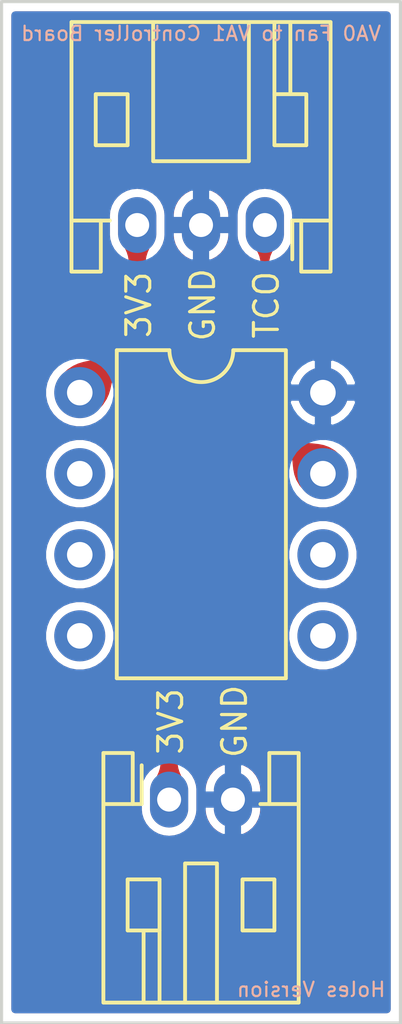
<source format=kicad_pcb>
(kicad_pcb (version 20171130) (host pcbnew "(5.1.10)-1")

  (general
    (thickness 1.6)
    (drawings 11)
    (tracks 6)
    (zones 0)
    (modules 3)
    (nets 9)
  )

  (page A4)
  (layers
    (0 F.Cu signal hide)
    (31 B.Cu signal hide)
    (32 B.Adhes user)
    (33 F.Adhes user)
    (34 B.Paste user)
    (35 F.Paste user)
    (36 B.SilkS user)
    (37 F.SilkS user)
    (38 B.Mask user)
    (39 F.Mask user)
    (40 Dwgs.User user hide)
    (41 Cmts.User user)
    (42 Eco1.User user)
    (43 Eco2.User user)
    (44 Edge.Cuts user)
    (45 Margin user)
    (46 B.CrtYd user)
    (47 F.CrtYd user)
    (48 B.Fab user)
    (49 F.Fab user hide)
  )

  (setup
    (last_trace_width 0.25)
    (user_trace_width 0.508)
    (trace_clearance 0.2)
    (zone_clearance 0.508)
    (zone_45_only no)
    (trace_min 0.2)
    (via_size 0.8)
    (via_drill 0.4)
    (via_min_size 0.4)
    (via_min_drill 0.3)
    (uvia_size 0.3)
    (uvia_drill 0.1)
    (uvias_allowed no)
    (uvia_min_size 0.2)
    (uvia_min_drill 0.1)
    (edge_width 0.05)
    (segment_width 0.2)
    (pcb_text_width 0.3)
    (pcb_text_size 1.5 1.5)
    (mod_edge_width 0.12)
    (mod_text_size 1 1)
    (mod_text_width 0.15)
    (pad_size 1.6 1.6)
    (pad_drill 0.8)
    (pad_to_mask_clearance 0)
    (aux_axis_origin 0 0)
    (visible_elements 7FFFFFFF)
    (pcbplotparams
      (layerselection 0x010fc_ffffffff)
      (usegerberextensions false)
      (usegerberattributes true)
      (usegerberadvancedattributes true)
      (creategerberjobfile true)
      (excludeedgelayer true)
      (linewidth 0.100000)
      (plotframeref false)
      (viasonmask false)
      (mode 1)
      (useauxorigin false)
      (hpglpennumber 1)
      (hpglpenspeed 20)
      (hpglpendiameter 15.000000)
      (psnegative false)
      (psa4output false)
      (plotreference true)
      (plotvalue true)
      (plotinvisibletext false)
      (padsonsilk false)
      (subtractmaskfromsilk false)
      (outputformat 1)
      (mirror false)
      (drillshape 1)
      (scaleselection 1)
      (outputdirectory ""))
  )

  (net 0 "")
  (net 1 "Net-(U1-Pad2)")
  (net 2 "Net-(U1-Pad6)")
  (net 3 "Net-(U1-Pad3)")
  (net 4 "Net-(U1-Pad4)")
  (net 5 "Net-(J2-Pad1)")
  (net 6 "Net-(U1-Pad5)")
  (net 7 GND)
  (net 8 +3V3)

  (net_class Default "This is the default net class."
    (clearance 0.2)
    (trace_width 0.25)
    (via_dia 0.8)
    (via_drill 0.4)
    (uvia_dia 0.3)
    (uvia_drill 0.1)
    (add_net +3V3)
    (add_net GND)
    (add_net "Net-(J2-Pad1)")
    (add_net "Net-(U1-Pad2)")
    (add_net "Net-(U1-Pad3)")
    (add_net "Net-(U1-Pad4)")
    (add_net "Net-(U1-Pad5)")
    (add_net "Net-(U1-Pad6)")
  )

  (module Package_DIP:DIP-8_W7.62mm (layer F.Cu) (tedit 61575E51) (tstamp 6155F45A)
    (at 142.45 85)
    (descr "8-lead though-hole mounted DIP package, row spacing 7.62 mm (300 mils)")
    (tags "THT DIP DIL PDIP 2.54mm 7.62mm 300mil")
    (path /6155F87E)
    (fp_text reference U1 (at 7.8 -2.33) (layer F.SilkS) hide
      (effects (font (size 1 1) (thickness 0.15)))
    )
    (fp_text value PIC12F629-IP (at 3.81 9.95) (layer F.Fab) hide
      (effects (font (size 1 1) (thickness 0.15)))
    )
    (fp_line (start 8.7 -1.55) (end -1.1 -1.55) (layer F.CrtYd) (width 0.05))
    (fp_line (start 8.7 9.15) (end 8.7 -1.55) (layer F.CrtYd) (width 0.05))
    (fp_line (start -1.1 9.15) (end 8.7 9.15) (layer F.CrtYd) (width 0.05))
    (fp_line (start -1.1 -1.55) (end -1.1 9.15) (layer F.CrtYd) (width 0.05))
    (fp_line (start 6.46 -1.33) (end 4.81 -1.33) (layer F.SilkS) (width 0.12))
    (fp_line (start 6.46 8.95) (end 6.46 -1.33) (layer F.SilkS) (width 0.12))
    (fp_line (start 1.16 8.95) (end 6.46 8.95) (layer F.SilkS) (width 0.12))
    (fp_line (start 1.16 -1.33) (end 1.16 8.95) (layer F.SilkS) (width 0.12))
    (fp_line (start 2.81 -1.33) (end 1.16 -1.33) (layer F.SilkS) (width 0.12))
    (fp_line (start 0.635 -0.27) (end 1.635 -1.27) (layer F.Fab) (width 0.1))
    (fp_line (start 0.635 8.89) (end 0.635 -0.27) (layer F.Fab) (width 0.1))
    (fp_line (start 6.985 8.89) (end 0.635 8.89) (layer F.Fab) (width 0.1))
    (fp_line (start 6.985 -1.27) (end 6.985 8.89) (layer F.Fab) (width 0.1))
    (fp_line (start 1.635 -1.27) (end 6.985 -1.27) (layer F.Fab) (width 0.1))
    (fp_text user %R (at 3.81 3.81) (layer F.Fab) hide
      (effects (font (size 1 1) (thickness 0.15)))
    )
    (fp_arc (start 3.81 -1.33) (end 2.81 -1.33) (angle -180) (layer F.SilkS) (width 0.12))
    (pad 8 thru_hole oval (at 7.62 0) (size 1.6 1.6) (drill 0.8) (layers *.Cu *.Mask)
      (net 7 GND))
    (pad 4 thru_hole oval (at 0 7.62) (size 1.6 1.6) (drill 0.8) (layers *.Cu *.Mask)
      (net 4 "Net-(U1-Pad4)"))
    (pad 7 thru_hole oval (at 7.62 2.54) (size 1.6 1.6) (drill 0.8) (layers *.Cu *.Mask)
      (net 5 "Net-(J2-Pad1)"))
    (pad 3 thru_hole oval (at 0 5.08) (size 1.6 1.6) (drill 0.8) (layers *.Cu *.Mask)
      (net 3 "Net-(U1-Pad3)"))
    (pad 6 thru_hole oval (at 7.62 5.08) (size 1.6 1.6) (drill 0.8) (layers *.Cu *.Mask)
      (net 2 "Net-(U1-Pad6)"))
    (pad 2 thru_hole oval (at 0 2.54) (size 1.6 1.6) (drill 0.8) (layers *.Cu *.Mask)
      (net 1 "Net-(U1-Pad2)"))
    (pad 5 thru_hole oval (at 7.62 7.62) (size 1.6 1.6) (drill 0.8) (layers *.Cu *.Mask)
      (net 6 "Net-(U1-Pad5)"))
    (pad 1 thru_hole circle (at 0 0) (size 1.6 1.6) (drill 0.8) (layers *.Cu *.Mask)
      (net 8 +3V3))
    (model ${KISYS3DMOD}/Package_DIP.3dshapes/DIP-8_W7.62mm.wrl
      (at (xyz 0 0 0))
      (scale (xyz 1 1 1))
      (rotate (xyz 0 0 0))
    )
  )

  (module Connector_JST:JST_PH_S2B-PH-K_1x02_P2.00mm_Horizontal (layer F.Cu) (tedit 6156ED3E) (tstamp 61574DDA)
    (at 145.25 97.75)
    (descr "JST PH series connector, S2B-PH-K (http://www.jst-mfg.com/product/pdf/eng/ePH.pdf), generated with kicad-footprint-generator")
    (tags "connector JST PH top entry")
    (path /6155FFDB)
    (fp_text reference J1 (at -1.75 -2.55) (layer F.SilkS) hide
      (effects (font (size 1 1) (thickness 0.15)))
    )
    (fp_text value Conn_01x02 (at 1 7.45) (layer F.Fab) hide
      (effects (font (size 1 1) (thickness 0.15)))
    )
    (fp_line (start 0.5 1.375) (end 0 0.875) (layer F.Fab) (width 0.1))
    (fp_line (start -0.5 1.375) (end 0.5 1.375) (layer F.Fab) (width 0.1))
    (fp_line (start 0 0.875) (end -0.5 1.375) (layer F.Fab) (width 0.1))
    (fp_line (start -0.86 0.14) (end -0.86 -1.075) (layer F.SilkS) (width 0.12))
    (fp_line (start 3.25 0.25) (end -1.25 0.25) (layer F.Fab) (width 0.1))
    (fp_line (start 3.25 -1.35) (end 3.25 0.25) (layer F.Fab) (width 0.1))
    (fp_line (start 3.95 -1.35) (end 3.25 -1.35) (layer F.Fab) (width 0.1))
    (fp_line (start 3.95 6.25) (end 3.95 -1.35) (layer F.Fab) (width 0.1))
    (fp_line (start -1.95 6.25) (end 3.95 6.25) (layer F.Fab) (width 0.1))
    (fp_line (start -1.95 -1.35) (end -1.95 6.25) (layer F.Fab) (width 0.1))
    (fp_line (start -1.25 -1.35) (end -1.95 -1.35) (layer F.Fab) (width 0.1))
    (fp_line (start -1.25 0.25) (end -1.25 -1.35) (layer F.Fab) (width 0.1))
    (fp_line (start 4.45 -1.85) (end -2.45 -1.85) (layer F.CrtYd) (width 0.05))
    (fp_line (start 4.45 6.75) (end 4.45 -1.85) (layer F.CrtYd) (width 0.05))
    (fp_line (start -2.45 6.75) (end 4.45 6.75) (layer F.CrtYd) (width 0.05))
    (fp_line (start -2.45 -1.85) (end -2.45 6.75) (layer F.CrtYd) (width 0.05))
    (fp_line (start -0.8 4.1) (end -0.8 6.36) (layer F.SilkS) (width 0.12))
    (fp_line (start -0.3 4.1) (end -0.3 6.36) (layer F.SilkS) (width 0.12))
    (fp_line (start 2.3 2.5) (end 3.3 2.5) (layer F.SilkS) (width 0.12))
    (fp_line (start 2.3 4.1) (end 2.3 2.5) (layer F.SilkS) (width 0.12))
    (fp_line (start 3.3 4.1) (end 2.3 4.1) (layer F.SilkS) (width 0.12))
    (fp_line (start 3.3 2.5) (end 3.3 4.1) (layer F.SilkS) (width 0.12))
    (fp_line (start -0.3 2.5) (end -1.3 2.5) (layer F.SilkS) (width 0.12))
    (fp_line (start -0.3 4.1) (end -0.3 2.5) (layer F.SilkS) (width 0.12))
    (fp_line (start -1.3 4.1) (end -0.3 4.1) (layer F.SilkS) (width 0.12))
    (fp_line (start -1.3 2.5) (end -1.3 4.1) (layer F.SilkS) (width 0.12))
    (fp_line (start 4.06 0.14) (end 3.14 0.14) (layer F.SilkS) (width 0.12))
    (fp_line (start -2.06 0.14) (end -1.14 0.14) (layer F.SilkS) (width 0.12))
    (fp_line (start 1.5 2) (end 1.5 6.36) (layer F.SilkS) (width 0.12))
    (fp_line (start 0.5 2) (end 1.5 2) (layer F.SilkS) (width 0.12))
    (fp_line (start 0.5 6.36) (end 0.5 2) (layer F.SilkS) (width 0.12))
    (fp_line (start 3.14 0.14) (end 2.86 0.14) (layer F.SilkS) (width 0.12))
    (fp_line (start 3.14 -1.46) (end 3.14 0.14) (layer F.SilkS) (width 0.12))
    (fp_line (start 4.06 -1.46) (end 3.14 -1.46) (layer F.SilkS) (width 0.12))
    (fp_line (start 4.06 6.36) (end 4.06 -1.46) (layer F.SilkS) (width 0.12))
    (fp_line (start -2.06 6.36) (end 4.06 6.36) (layer F.SilkS) (width 0.12))
    (fp_line (start -2.06 -1.46) (end -2.06 6.36) (layer F.SilkS) (width 0.12))
    (fp_line (start -1.14 -1.46) (end -2.06 -1.46) (layer F.SilkS) (width 0.12))
    (fp_line (start -1.14 0.14) (end -1.14 -1.46) (layer F.SilkS) (width 0.12))
    (fp_line (start -0.86 0.14) (end -1.14 0.14) (layer F.SilkS) (width 0.12))
    (fp_text user %R (at 1 2.5) (layer F.Fab) hide
      (effects (font (size 1 1) (thickness 0.15)))
    )
    (pad 2 thru_hole oval (at 2 0) (size 1.2 1.75) (drill 0.75) (layers *.Cu *.Mask)
      (net 7 GND))
    (pad 1 thru_hole oval (at 0 0) (size 1.2 1.75) (drill 0.75) (layers *.Cu *.Mask)
      (net 8 +3V3))
    (model ${KISYS3DMOD}/Connector_JST.3dshapes/JST_PH_S2B-PH-K_1x02_P2.00mm_Horizontal.wrl
      (at (xyz 0 0 0))
      (scale (xyz 1 1 1))
      (rotate (xyz 0 0 0))
    )
  )

  (module Connector_JST:JST_PH_S3B-PH-K_1x03_P2.00mm_Horizontal (layer F.Cu) (tedit 6155FB06) (tstamp 6156DAE5)
    (at 148.25 79.75 180)
    (descr "JST PH series connector, S3B-PH-K (http://www.jst-mfg.com/product/pdf/eng/ePH.pdf), generated with kicad-footprint-generator")
    (tags "connector JST PH top entry")
    (path /61560773)
    (fp_text reference J2 (at 6 -3 180) (layer F.SilkS) hide
      (effects (font (size 1 1) (thickness 0.15)))
    )
    (fp_text value Conn_01x03 (at 2 7.45) (layer F.Fab) hide
      (effects (font (size 1 1) (thickness 0.15)))
    )
    (fp_line (start -0.86 0.14) (end -1.14 0.14) (layer F.SilkS) (width 0.12))
    (fp_line (start -1.14 0.14) (end -1.14 -1.46) (layer F.SilkS) (width 0.12))
    (fp_line (start -1.14 -1.46) (end -2.06 -1.46) (layer F.SilkS) (width 0.12))
    (fp_line (start -2.06 -1.46) (end -2.06 6.36) (layer F.SilkS) (width 0.12))
    (fp_line (start -2.06 6.36) (end 6.06 6.36) (layer F.SilkS) (width 0.12))
    (fp_line (start 6.06 6.36) (end 6.06 -1.46) (layer F.SilkS) (width 0.12))
    (fp_line (start 6.06 -1.46) (end 5.14 -1.46) (layer F.SilkS) (width 0.12))
    (fp_line (start 5.14 -1.46) (end 5.14 0.14) (layer F.SilkS) (width 0.12))
    (fp_line (start 5.14 0.14) (end 4.86 0.14) (layer F.SilkS) (width 0.12))
    (fp_line (start 0.5 6.36) (end 0.5 2) (layer F.SilkS) (width 0.12))
    (fp_line (start 0.5 2) (end 3.5 2) (layer F.SilkS) (width 0.12))
    (fp_line (start 3.5 2) (end 3.5 6.36) (layer F.SilkS) (width 0.12))
    (fp_line (start -2.06 0.14) (end -1.14 0.14) (layer F.SilkS) (width 0.12))
    (fp_line (start 6.06 0.14) (end 5.14 0.14) (layer F.SilkS) (width 0.12))
    (fp_line (start -1.3 2.5) (end -1.3 4.1) (layer F.SilkS) (width 0.12))
    (fp_line (start -1.3 4.1) (end -0.3 4.1) (layer F.SilkS) (width 0.12))
    (fp_line (start -0.3 4.1) (end -0.3 2.5) (layer F.SilkS) (width 0.12))
    (fp_line (start -0.3 2.5) (end -1.3 2.5) (layer F.SilkS) (width 0.12))
    (fp_line (start 5.3 2.5) (end 5.3 4.1) (layer F.SilkS) (width 0.12))
    (fp_line (start 5.3 4.1) (end 4.3 4.1) (layer F.SilkS) (width 0.12))
    (fp_line (start 4.3 4.1) (end 4.3 2.5) (layer F.SilkS) (width 0.12))
    (fp_line (start 4.3 2.5) (end 5.3 2.5) (layer F.SilkS) (width 0.12))
    (fp_line (start -0.3 4.1) (end -0.3 6.36) (layer F.SilkS) (width 0.12))
    (fp_line (start -0.8 4.1) (end -0.8 6.36) (layer F.SilkS) (width 0.12))
    (fp_line (start -2.45 -1.85) (end -2.45 6.75) (layer F.CrtYd) (width 0.05))
    (fp_line (start -2.45 6.75) (end 6.45 6.75) (layer F.CrtYd) (width 0.05))
    (fp_line (start 6.45 6.75) (end 6.45 -1.85) (layer F.CrtYd) (width 0.05))
    (fp_line (start 6.45 -1.85) (end -2.45 -1.85) (layer F.CrtYd) (width 0.05))
    (fp_line (start -1.25 0.25) (end -1.25 -1.35) (layer F.Fab) (width 0.1))
    (fp_line (start -1.25 -1.35) (end -1.95 -1.35) (layer F.Fab) (width 0.1))
    (fp_line (start -1.95 -1.35) (end -1.95 6.25) (layer F.Fab) (width 0.1))
    (fp_line (start -1.95 6.25) (end 5.95 6.25) (layer F.Fab) (width 0.1))
    (fp_line (start 5.95 6.25) (end 5.95 -1.35) (layer F.Fab) (width 0.1))
    (fp_line (start 5.95 -1.35) (end 5.25 -1.35) (layer F.Fab) (width 0.1))
    (fp_line (start 5.25 -1.35) (end 5.25 0.25) (layer F.Fab) (width 0.1))
    (fp_line (start 5.25 0.25) (end -1.25 0.25) (layer F.Fab) (width 0.1))
    (fp_line (start -0.86 0.14) (end -0.86 -1.075) (layer F.SilkS) (width 0.12))
    (fp_line (start 0 0.875) (end -0.5 1.375) (layer F.Fab) (width 0.1))
    (fp_line (start -0.5 1.375) (end 0.5 1.375) (layer F.Fab) (width 0.1))
    (fp_line (start 0.5 1.375) (end 0 0.875) (layer F.Fab) (width 0.1))
    (fp_text user %R (at 2 2.5) (layer F.Fab) hide
      (effects (font (size 1 1) (thickness 0.15)))
    )
    (pad 1 thru_hole oval (at 0 0 180) (size 1.2 1.75) (drill 0.75) (layers *.Cu *.Mask)
      (net 5 "Net-(J2-Pad1)"))
    (pad 2 thru_hole oval (at 2 0 180) (size 1.2 1.75) (drill 0.75) (layers *.Cu *.Mask)
      (net 7 GND))
    (pad 3 thru_hole oval (at 4 0 180) (size 1.2 1.75) (drill 0.75) (layers *.Cu *.Mask)
      (net 8 +3V3))
    (model ${KISYS3DMOD}/Connector_JST.3dshapes/JST_PH_S3B-PH-K_1x03_P2.00mm_Horizontal.wrl
      (at (xyz 0 0 0))
      (scale (xyz 1 1 1))
      (rotate (xyz 0 0 0))
    )
  )

  (gr_text GND (at 147.3 95.3 90) (layer F.SilkS) (tstamp 61586655)
    (effects (font (size 0.75 0.75) (thickness 0.1)))
  )
  (gr_text 3V3 (at 145.3 95.3 90) (layer F.SilkS) (tstamp 61586654)
    (effects (font (size 0.75 0.75) (thickness 0.1)))
  )
  (gr_text TCO (at 148.3 82.25 90) (layer F.SilkS) (tstamp 615865D4)
    (effects (font (size 0.75 0.75) (thickness 0.1)))
  )
  (gr_text GND (at 146.3 82.25 90) (layer F.SilkS) (tstamp 615865D0)
    (effects (font (size 0.75 0.75) (thickness 0.1)))
  )
  (gr_text 3V3 (at 144.3 82.25 90) (layer F.SilkS)
    (effects (font (size 0.75 0.75) (thickness 0.1)))
  )
  (gr_text "Holes Version\n" (at 149.7 103.7) (layer B.SilkS)
    (effects (font (size 0.45 0.45) (thickness 0.07)) (justify mirror))
  )
  (gr_text "VA0 Fan to VA1 Controller Board" (at 146.25 73.75) (layer B.SilkS) (tstamp 6158652A)
    (effects (font (size 0.45 0.45) (thickness 0.07)) (justify mirror))
  )
  (gr_line (start 152.5 72.75) (end 152.5 104.75) (layer Edge.Cuts) (width 0.1))
  (gr_line (start 140 72.75) (end 152.5 72.75) (layer Edge.Cuts) (width 0.1))
  (gr_line (start 140 104.75) (end 140 72.75) (layer Edge.Cuts) (width 0.1))
  (gr_line (start 152.5 104.75) (end 140 104.75) (layer Edge.Cuts) (width 0.1))

  (segment (start 148.25 85.72) (end 150.07 87.54) (width 0.25) (layer F.Cu) (net 5))
  (segment (start 148.25 79.75) (end 148.25 85.72) (width 0.25) (layer F.Cu) (net 5))
  (segment (start 144.25 83.2) (end 142.45 85) (width 0.508) (layer F.Cu) (net 8))
  (segment (start 144.25 79.75) (end 144.25 83.2) (width 0.508) (layer F.Cu) (net 8))
  (segment (start 145.25 84.2) (end 144.25 83.2) (width 0.508) (layer F.Cu) (net 8))
  (segment (start 145.25 97.75) (end 145.25 84.2) (width 0.508) (layer F.Cu) (net 8))

  (zone (net 0) (net_name "") (layer F.Cu) (tstamp 0) (hatch edge 0.508)
    (connect_pads (clearance 0.508))
    (min_thickness 0.254)
    (fill yes (arc_segments 32) (thermal_gap 0.508) (thermal_bridge_width 0.508))
  )
  (zone (net 5) (net_name "Net-(J2-Pad1)") (layer F.Cu) (tstamp 0) (hatch edge 0.508)
    (priority 16962)
    (connect_pads yes (clearance 0.2))
    (min_thickness 0.0254)
    (fill yes (arc_segments 32) (thermal_gap 0.508) (thermal_bridge_width 0.508))
    (polygon
      (pts
        (xy 148.744176 86.390952) (xy 148.908699 86.582204) (xy 149.014217 86.76027) (xy 149.075479 86.928447) (xy 149.107238 87.090031)
        (xy 149.124245 87.248318) (xy 149.141252 87.406605) (xy 149.173011 87.568189) (xy 149.234274 87.736366) (xy 149.339791 87.914432)
        (xy 149.504315 88.105685) (xy 150.352842 87.822842) (xy 150.635685 86.974315) (xy 150.444432 86.809791) (xy 150.266366 86.704274)
        (xy 150.098189 86.643011) (xy 149.936605 86.611252) (xy 149.778318 86.594245) (xy 149.620031 86.577238) (xy 149.458447 86.545479)
        (xy 149.29027 86.484217) (xy 149.112204 86.378699) (xy 148.920952 86.214176)
      )
    )
    (filled_polygon
      (pts
        (xy 149.103922 86.388327) (xy 149.10573 86.389625) (xy 149.283796 86.495143) (xy 149.285923 86.49615) (xy 149.4541 86.557412)
        (xy 149.455998 86.557941) (xy 149.617582 86.5897) (xy 149.618674 86.589865) (xy 149.934691 86.623819) (xy 150.094772 86.655283)
        (xy 150.260909 86.715803) (xy 150.436997 86.820147) (xy 150.620942 86.978385) (xy 150.342802 87.812802) (xy 149.508385 88.090942)
        (xy 149.350147 87.906997) (xy 149.245803 87.730909) (xy 149.185283 87.564772) (xy 149.153819 87.404691) (xy 149.119865 87.088674)
        (xy 149.1197 87.087582) (xy 149.087941 86.925998) (xy 149.087412 86.9241) (xy 149.02615 86.755923) (xy 149.025143 86.753796)
        (xy 148.919625 86.57573) (xy 148.918327 86.573922) (xy 148.761487 86.391601) (xy 148.921601 86.231487)
      )
    )
  )
  (zone (net 5) (net_name "Net-(J2-Pad1)") (layer F.Cu) (tstamp 0) (hatch edge 0.508)
    (priority 16962)
    (connect_pads yes (clearance 0.2))
    (min_thickness 0.0254)
    (fill yes (arc_segments 32) (thermal_gap 0.508) (thermal_bridge_width 0.508))
    (polygon
      (pts
        (xy 148.375 81.06) (xy 148.3883 80.872826) (xy 148.4244 80.723102) (xy 148.477599 80.601464) (xy 148.5422 80.498551)
        (xy 148.6125 80.405) (xy 148.6828 80.311448) (xy 148.7474 80.208535) (xy 148.8006 80.086897) (xy 148.8367 79.937173)
        (xy 148.85 79.75) (xy 148.25 79.45) (xy 147.65 79.75) (xy 147.6633 79.937173) (xy 147.6994 80.086897)
        (xy 147.752599 80.208535) (xy 147.8172 80.311448) (xy 147.8875 80.405) (xy 147.9578 80.498551) (xy 148.0224 80.601464)
        (xy 148.0756 80.723102) (xy 148.1117 80.872826) (xy 148.125 81.06)
      )
    )
    (filled_polygon
      (pts
        (xy 148.836731 79.757564) (xy 148.824107 79.935222) (xy 148.788517 80.082831) (xy 148.736141 80.202585) (xy 148.672328 80.304243)
        (xy 148.602347 80.397371) (xy 148.532047 80.490922) (xy 148.531444 80.491799) (xy 148.466843 80.594712) (xy 148.465963 80.596375)
        (xy 148.412764 80.718013) (xy 148.412054 80.720125) (xy 148.375954 80.869849) (xy 148.375632 80.871926) (xy 148.36317 81.0473)
        (xy 148.13683 81.0473) (xy 148.124368 80.871926) (xy 148.124046 80.869849) (xy 148.087946 80.720125) (xy 148.087236 80.718013)
        (xy 148.034036 80.596375) (xy 148.033156 80.594712) (xy 147.968556 80.491799) (xy 147.967953 80.490922) (xy 147.897653 80.397371)
        (xy 147.827672 80.304243) (xy 147.763858 80.202585) (xy 147.711483 80.082831) (xy 147.675893 79.935222) (xy 147.663269 79.757564)
        (xy 148.25 79.464199)
      )
    )
  )
  (zone (net 8) (net_name +3V3) (layer F.Cu) (tstamp 0) (hatch edge 0.508)
    (priority 16962)
    (connect_pads yes (clearance 0.2))
    (min_thickness 0.0254)
    (fill yes (arc_segments 32) (thermal_gap 0.508) (thermal_bridge_width 0.508))
    (polygon
      (pts
        (xy 143.507831 83.582959) (xy 143.322375 83.746793) (xy 143.152322 83.858162) (xy 142.993821 83.930181) (xy 142.843022 83.975967)
        (xy 142.696072 84.008637) (xy 142.549123 84.041306) (xy 142.398323 84.087092) (xy 142.239822 84.159111) (xy 142.06977 84.27048)
        (xy 141.884315 84.434315) (xy 142.167158 85.282842) (xy 143.015685 85.565685) (xy 143.179519 85.380229) (xy 143.290888 85.210177)
        (xy 143.362907 85.051676) (xy 143.408693 84.900876) (xy 143.441362 84.753927) (xy 143.474032 84.606977) (xy 143.519818 84.456178)
        (xy 143.591837 84.297677) (xy 143.703206 84.127624) (xy 143.867041 83.942169)
      )
    )
    (filled_polygon
      (pts
        (xy 143.849619 83.942707) (xy 143.693688 84.119216) (xy 143.692582 84.120666) (xy 143.581213 84.290719) (xy 143.580275 84.292423)
        (xy 143.508256 84.450924) (xy 143.507666 84.452488) (xy 143.46188 84.603287) (xy 143.461635 84.604221) (xy 143.428965 84.751171)
        (xy 143.396401 84.897645) (xy 143.350998 85.047186) (xy 143.279729 85.204036) (xy 143.169396 85.372505) (xy 143.01173 85.55098)
        (xy 142.177198 85.272802) (xy 141.89902 84.43827) (xy 142.077494 84.280603) (xy 142.245963 84.17027) (xy 142.402813 84.099001)
        (xy 142.552354 84.053598) (xy 142.698828 84.021034) (xy 142.845778 83.988364) (xy 142.846712 83.988119) (xy 142.997511 83.942333)
        (xy 142.999075 83.941743) (xy 143.157576 83.869724) (xy 143.15928 83.868786) (xy 143.329333 83.757417) (xy 143.330783 83.756311)
        (xy 143.507292 83.60038)
      )
    )
  )
  (zone (net 8) (net_name +3V3) (layer F.Cu) (tstamp 0) (hatch edge 0.508)
    (priority 16962)
    (connect_pads yes (clearance 0.2))
    (min_thickness 0.0254)
    (fill yes (arc_segments 32) (thermal_gap 0.508) (thermal_bridge_width 0.508))
    (polygon
      (pts
        (xy 144.504 81.06) (xy 144.513688 80.876988) (xy 144.539984 80.728651) (xy 144.578735 80.606319) (xy 144.625792 80.501325)
        (xy 144.677 80.405) (xy 144.728208 80.308674) (xy 144.775264 80.20368) (xy 144.814016 80.081348) (xy 144.840312 79.933011)
        (xy 144.85 79.75) (xy 144.25 79.45) (xy 143.65 79.75) (xy 143.659688 79.933011) (xy 143.685984 80.081348)
        (xy 143.724735 80.20368) (xy 143.771792 80.308674) (xy 143.823 80.405) (xy 143.874208 80.501325) (xy 143.921264 80.606319)
        (xy 143.960016 80.728651) (xy 143.986312 80.876988) (xy 143.996 81.06)
      )
    )
    (filled_polygon
      (pts
        (xy 144.836878 79.757638) (xy 144.827671 79.931559) (xy 144.801657 80.07831) (xy 144.763377 80.199152) (xy 144.716795 80.303088)
        (xy 144.665786 80.399039) (xy 144.614578 80.495364) (xy 144.614203 80.496131) (xy 144.567146 80.601125) (xy 144.566628 80.602484)
        (xy 144.527877 80.724816) (xy 144.527479 80.726434) (xy 144.501183 80.874771) (xy 144.501006 80.876317) (xy 144.491955 81.0473)
        (xy 144.008045 81.0473) (xy 143.998994 80.876317) (xy 143.998817 80.874771) (xy 143.972521 80.726434) (xy 143.972123 80.724816)
        (xy 143.933371 80.602484) (xy 143.932853 80.601125) (xy 143.885797 80.496131) (xy 143.885422 80.495364) (xy 143.834214 80.399039)
        (xy 143.783205 80.303087) (xy 143.736622 80.199152) (xy 143.698343 80.07831) (xy 143.672329 79.931559) (xy 143.663122 79.757638)
        (xy 144.25 79.464199)
      )
    )
  )
  (zone (net 8) (net_name +3V3) (layer F.Cu) (tstamp 0) (hatch edge 0.508)
    (priority 16962)
    (connect_pads yes (clearance 0.2))
    (min_thickness 0.0254)
    (fill yes (arc_segments 32) (thermal_gap 0.508) (thermal_bridge_width 0.508))
    (polygon
      (pts
        (xy 144.996 96.44) (xy 144.986312 96.623011) (xy 144.960016 96.771348) (xy 144.921263 96.89368) (xy 144.874208 96.998674)
        (xy 144.823 97.095) (xy 144.771792 97.191325) (xy 144.724736 97.296319) (xy 144.685984 97.418651) (xy 144.659688 97.566988)
        (xy 144.65 97.75) (xy 145.25 98.05) (xy 145.85 97.75) (xy 145.840312 97.566988) (xy 145.814016 97.418651)
        (xy 145.775263 97.296319) (xy 145.728208 97.191325) (xy 145.677 97.095) (xy 145.625792 96.998674) (xy 145.578736 96.89368)
        (xy 145.539984 96.771348) (xy 145.513688 96.623011) (xy 145.504 96.44)
      )
    )
    (filled_polygon
      (pts
        (xy 145.501006 96.623682) (xy 145.501183 96.625228) (xy 145.527479 96.773565) (xy 145.527877 96.775183) (xy 145.566629 96.897515)
        (xy 145.567147 96.898874) (xy 145.614203 97.003868) (xy 145.614578 97.004635) (xy 145.665786 97.100961) (xy 145.716795 97.196911)
        (xy 145.763376 97.300847) (xy 145.801657 97.421689) (xy 145.827671 97.56844) (xy 145.836878 97.742362) (xy 145.25 98.035801)
        (xy 144.663122 97.742362) (xy 144.672329 97.56844) (xy 144.698343 97.421689) (xy 144.736623 97.300847) (xy 144.783205 97.196912)
        (xy 144.834214 97.100961) (xy 144.885422 97.004635) (xy 144.885797 97.003868) (xy 144.932852 96.898874) (xy 144.93337 96.897515)
        (xy 144.972123 96.775183) (xy 144.972521 96.773565) (xy 144.998817 96.625228) (xy 144.998994 96.623682) (xy 145.008045 96.4527)
        (xy 145.491955 96.4527)
      )
    )
  )
  (zone (net 7) (net_name GND) (layer B.Cu) (tstamp 0) (hatch edge 0.508)
    (connect_pads (clearance 0.254))
    (min_thickness 0.254)
    (fill yes (arc_segments 32) (thermal_gap 0.254) (thermal_bridge_width 0.508))
    (polygon
      (pts
        (xy 152.5 104.75) (xy 140 104.75) (xy 140 72.75) (xy 152.5 72.75)
      )
    )
    (filled_polygon
      (pts
        (xy 152.069001 104.319) (xy 140.431 104.319) (xy 140.431 97.426814) (xy 144.269 97.426814) (xy 144.269 98.073187)
        (xy 144.283195 98.21731) (xy 144.339289 98.402229) (xy 144.430383 98.572651) (xy 144.552973 98.722028) (xy 144.70235 98.844618)
        (xy 144.872772 98.935711) (xy 145.057691 98.991805) (xy 145.25 99.010746) (xy 145.44231 98.991805) (xy 145.627229 98.935711)
        (xy 145.797651 98.844618) (xy 145.947028 98.722028) (xy 146.069618 98.572651) (xy 146.160711 98.402229) (xy 146.216805 98.217309)
        (xy 146.231 98.073186) (xy 146.231 97.877) (xy 146.269 97.877) (xy 146.269 98.152) (xy 146.312626 98.340943)
        (xy 146.392275 98.517745) (xy 146.504886 98.675611) (xy 146.646131 98.808474) (xy 146.810582 98.911229) (xy 146.972393 98.965902)
        (xy 147.123 98.901598) (xy 147.123 97.877) (xy 147.377 97.877) (xy 147.377 98.901598) (xy 147.527607 98.965902)
        (xy 147.689418 98.911229) (xy 147.853869 98.808474) (xy 147.995114 98.675611) (xy 148.107725 98.517745) (xy 148.187374 98.340943)
        (xy 148.231 98.152) (xy 148.231 97.877) (xy 147.377 97.877) (xy 147.123 97.877) (xy 146.269 97.877)
        (xy 146.231 97.877) (xy 146.231 97.426813) (xy 146.223238 97.348) (xy 146.269 97.348) (xy 146.269 97.623)
        (xy 147.123 97.623) (xy 147.123 96.598402) (xy 147.377 96.598402) (xy 147.377 97.623) (xy 148.231 97.623)
        (xy 148.231 97.348) (xy 148.187374 97.159057) (xy 148.107725 96.982255) (xy 147.995114 96.824389) (xy 147.853869 96.691526)
        (xy 147.689418 96.588771) (xy 147.527607 96.534098) (xy 147.377 96.598402) (xy 147.123 96.598402) (xy 146.972393 96.534098)
        (xy 146.810582 96.588771) (xy 146.646131 96.691526) (xy 146.504886 96.824389) (xy 146.392275 96.982255) (xy 146.312626 97.159057)
        (xy 146.269 97.348) (xy 146.223238 97.348) (xy 146.216805 97.28269) (xy 146.160711 97.097771) (xy 146.069618 96.927349)
        (xy 145.947028 96.777972) (xy 145.797651 96.655382) (xy 145.627228 96.564289) (xy 145.442309 96.508195) (xy 145.25 96.489254)
        (xy 145.05769 96.508195) (xy 144.872771 96.564289) (xy 144.702349 96.655382) (xy 144.552972 96.777972) (xy 144.430382 96.927349)
        (xy 144.339289 97.097772) (xy 144.283195 97.282691) (xy 144.269 97.426814) (xy 140.431 97.426814) (xy 140.431 92.503682)
        (xy 141.269 92.503682) (xy 141.269 92.736318) (xy 141.314386 92.964485) (xy 141.403412 93.179413) (xy 141.532658 93.372843)
        (xy 141.697157 93.537342) (xy 141.890587 93.666588) (xy 142.105515 93.755614) (xy 142.333682 93.801) (xy 142.566318 93.801)
        (xy 142.794485 93.755614) (xy 143.009413 93.666588) (xy 143.202843 93.537342) (xy 143.367342 93.372843) (xy 143.496588 93.179413)
        (xy 143.585614 92.964485) (xy 143.631 92.736318) (xy 143.631 92.503682) (xy 148.889 92.503682) (xy 148.889 92.736318)
        (xy 148.934386 92.964485) (xy 149.023412 93.179413) (xy 149.152658 93.372843) (xy 149.317157 93.537342) (xy 149.510587 93.666588)
        (xy 149.725515 93.755614) (xy 149.953682 93.801) (xy 150.186318 93.801) (xy 150.414485 93.755614) (xy 150.629413 93.666588)
        (xy 150.822843 93.537342) (xy 150.987342 93.372843) (xy 151.116588 93.179413) (xy 151.205614 92.964485) (xy 151.251 92.736318)
        (xy 151.251 92.503682) (xy 151.205614 92.275515) (xy 151.116588 92.060587) (xy 150.987342 91.867157) (xy 150.822843 91.702658)
        (xy 150.629413 91.573412) (xy 150.414485 91.484386) (xy 150.186318 91.439) (xy 149.953682 91.439) (xy 149.725515 91.484386)
        (xy 149.510587 91.573412) (xy 149.317157 91.702658) (xy 149.152658 91.867157) (xy 149.023412 92.060587) (xy 148.934386 92.275515)
        (xy 148.889 92.503682) (xy 143.631 92.503682) (xy 143.585614 92.275515) (xy 143.496588 92.060587) (xy 143.367342 91.867157)
        (xy 143.202843 91.702658) (xy 143.009413 91.573412) (xy 142.794485 91.484386) (xy 142.566318 91.439) (xy 142.333682 91.439)
        (xy 142.105515 91.484386) (xy 141.890587 91.573412) (xy 141.697157 91.702658) (xy 141.532658 91.867157) (xy 141.403412 92.060587)
        (xy 141.314386 92.275515) (xy 141.269 92.503682) (xy 140.431 92.503682) (xy 140.431 89.963682) (xy 141.269 89.963682)
        (xy 141.269 90.196318) (xy 141.314386 90.424485) (xy 141.403412 90.639413) (xy 141.532658 90.832843) (xy 141.697157 90.997342)
        (xy 141.890587 91.126588) (xy 142.105515 91.215614) (xy 142.333682 91.261) (xy 142.566318 91.261) (xy 142.794485 91.215614)
        (xy 143.009413 91.126588) (xy 143.202843 90.997342) (xy 143.367342 90.832843) (xy 143.496588 90.639413) (xy 143.585614 90.424485)
        (xy 143.631 90.196318) (xy 143.631 89.963682) (xy 148.889 89.963682) (xy 148.889 90.196318) (xy 148.934386 90.424485)
        (xy 149.023412 90.639413) (xy 149.152658 90.832843) (xy 149.317157 90.997342) (xy 149.510587 91.126588) (xy 149.725515 91.215614)
        (xy 149.953682 91.261) (xy 150.186318 91.261) (xy 150.414485 91.215614) (xy 150.629413 91.126588) (xy 150.822843 90.997342)
        (xy 150.987342 90.832843) (xy 151.116588 90.639413) (xy 151.205614 90.424485) (xy 151.251 90.196318) (xy 151.251 89.963682)
        (xy 151.205614 89.735515) (xy 151.116588 89.520587) (xy 150.987342 89.327157) (xy 150.822843 89.162658) (xy 150.629413 89.033412)
        (xy 150.414485 88.944386) (xy 150.186318 88.899) (xy 149.953682 88.899) (xy 149.725515 88.944386) (xy 149.510587 89.033412)
        (xy 149.317157 89.162658) (xy 149.152658 89.327157) (xy 149.023412 89.520587) (xy 148.934386 89.735515) (xy 148.889 89.963682)
        (xy 143.631 89.963682) (xy 143.585614 89.735515) (xy 143.496588 89.520587) (xy 143.367342 89.327157) (xy 143.202843 89.162658)
        (xy 143.009413 89.033412) (xy 142.794485 88.944386) (xy 142.566318 88.899) (xy 142.333682 88.899) (xy 142.105515 88.944386)
        (xy 141.890587 89.033412) (xy 141.697157 89.162658) (xy 141.532658 89.327157) (xy 141.403412 89.520587) (xy 141.314386 89.735515)
        (xy 141.269 89.963682) (xy 140.431 89.963682) (xy 140.431 87.423682) (xy 141.269 87.423682) (xy 141.269 87.656318)
        (xy 141.314386 87.884485) (xy 141.403412 88.099413) (xy 141.532658 88.292843) (xy 141.697157 88.457342) (xy 141.890587 88.586588)
        (xy 142.105515 88.675614) (xy 142.333682 88.721) (xy 142.566318 88.721) (xy 142.794485 88.675614) (xy 143.009413 88.586588)
        (xy 143.202843 88.457342) (xy 143.367342 88.292843) (xy 143.496588 88.099413) (xy 143.585614 87.884485) (xy 143.631 87.656318)
        (xy 143.631 87.423682) (xy 148.889 87.423682) (xy 148.889 87.656318) (xy 148.934386 87.884485) (xy 149.023412 88.099413)
        (xy 149.152658 88.292843) (xy 149.317157 88.457342) (xy 149.510587 88.586588) (xy 149.725515 88.675614) (xy 149.953682 88.721)
        (xy 150.186318 88.721) (xy 150.414485 88.675614) (xy 150.629413 88.586588) (xy 150.822843 88.457342) (xy 150.987342 88.292843)
        (xy 151.116588 88.099413) (xy 151.205614 87.884485) (xy 151.251 87.656318) (xy 151.251 87.423682) (xy 151.205614 87.195515)
        (xy 151.116588 86.980587) (xy 150.987342 86.787157) (xy 150.822843 86.622658) (xy 150.629413 86.493412) (xy 150.414485 86.404386)
        (xy 150.186318 86.359) (xy 149.953682 86.359) (xy 149.725515 86.404386) (xy 149.510587 86.493412) (xy 149.317157 86.622658)
        (xy 149.152658 86.787157) (xy 149.023412 86.980587) (xy 148.934386 87.195515) (xy 148.889 87.423682) (xy 143.631 87.423682)
        (xy 143.585614 87.195515) (xy 143.496588 86.980587) (xy 143.367342 86.787157) (xy 143.202843 86.622658) (xy 143.009413 86.493412)
        (xy 142.794485 86.404386) (xy 142.566318 86.359) (xy 142.333682 86.359) (xy 142.105515 86.404386) (xy 141.890587 86.493412)
        (xy 141.697157 86.622658) (xy 141.532658 86.787157) (xy 141.403412 86.980587) (xy 141.314386 87.195515) (xy 141.269 87.423682)
        (xy 140.431 87.423682) (xy 140.431 84.883682) (xy 141.269 84.883682) (xy 141.269 85.116318) (xy 141.314386 85.344485)
        (xy 141.403412 85.559413) (xy 141.532658 85.752843) (xy 141.697157 85.917342) (xy 141.890587 86.046588) (xy 142.105515 86.135614)
        (xy 142.333682 86.181) (xy 142.566318 86.181) (xy 142.794485 86.135614) (xy 143.009413 86.046588) (xy 143.202843 85.917342)
        (xy 143.367342 85.752843) (xy 143.496588 85.559413) (xy 143.585614 85.344485) (xy 143.592649 85.309114) (xy 148.930171 85.309114)
        (xy 148.950527 85.376239) (xy 149.045438 85.587408) (xy 149.179722 85.776003) (xy 149.348219 85.934777) (xy 149.544454 86.057628)
        (xy 149.760885 86.139835) (xy 149.943 86.078908) (xy 149.943 85.127) (xy 150.197 85.127) (xy 150.197 86.078908)
        (xy 150.379115 86.139835) (xy 150.595546 86.057628) (xy 150.791781 85.934777) (xy 150.960278 85.776003) (xy 151.094562 85.587408)
        (xy 151.189473 85.376239) (xy 151.209829 85.309114) (xy 151.148297 85.127) (xy 150.197 85.127) (xy 149.943 85.127)
        (xy 148.991703 85.127) (xy 148.930171 85.309114) (xy 143.592649 85.309114) (xy 143.631 85.116318) (xy 143.631 84.883682)
        (xy 143.59265 84.690886) (xy 148.930171 84.690886) (xy 148.991703 84.873) (xy 149.943 84.873) (xy 149.943 83.921092)
        (xy 150.197 83.921092) (xy 150.197 84.873) (xy 151.148297 84.873) (xy 151.209829 84.690886) (xy 151.189473 84.623761)
        (xy 151.094562 84.412592) (xy 150.960278 84.223997) (xy 150.791781 84.065223) (xy 150.595546 83.942372) (xy 150.379115 83.860165)
        (xy 150.197 83.921092) (xy 149.943 83.921092) (xy 149.760885 83.860165) (xy 149.544454 83.942372) (xy 149.348219 84.065223)
        (xy 149.179722 84.223997) (xy 149.045438 84.412592) (xy 148.950527 84.623761) (xy 148.930171 84.690886) (xy 143.59265 84.690886)
        (xy 143.585614 84.655515) (xy 143.496588 84.440587) (xy 143.367342 84.247157) (xy 143.202843 84.082658) (xy 143.009413 83.953412)
        (xy 142.794485 83.864386) (xy 142.566318 83.819) (xy 142.333682 83.819) (xy 142.105515 83.864386) (xy 141.890587 83.953412)
        (xy 141.697157 84.082658) (xy 141.532658 84.247157) (xy 141.403412 84.440587) (xy 141.314386 84.655515) (xy 141.269 84.883682)
        (xy 140.431 84.883682) (xy 140.431 79.426813) (xy 143.269 79.426813) (xy 143.269 80.073186) (xy 143.283195 80.217309)
        (xy 143.339289 80.402228) (xy 143.430382 80.572651) (xy 143.552972 80.722028) (xy 143.702349 80.844618) (xy 143.872771 80.935711)
        (xy 144.05769 80.991805) (xy 144.25 81.010746) (xy 144.442309 80.991805) (xy 144.627228 80.935711) (xy 144.797651 80.844618)
        (xy 144.947028 80.722028) (xy 145.069618 80.572651) (xy 145.160711 80.402229) (xy 145.216805 80.21731) (xy 145.231 80.073187)
        (xy 145.231 79.877) (xy 145.269 79.877) (xy 145.269 80.152) (xy 145.312626 80.340943) (xy 145.392275 80.517745)
        (xy 145.504886 80.675611) (xy 145.646131 80.808474) (xy 145.810582 80.911229) (xy 145.972393 80.965902) (xy 146.123 80.901598)
        (xy 146.123 79.877) (xy 146.377 79.877) (xy 146.377 80.901598) (xy 146.527607 80.965902) (xy 146.689418 80.911229)
        (xy 146.853869 80.808474) (xy 146.995114 80.675611) (xy 147.107725 80.517745) (xy 147.187374 80.340943) (xy 147.231 80.152)
        (xy 147.231 79.877) (xy 146.377 79.877) (xy 146.123 79.877) (xy 145.269 79.877) (xy 145.231 79.877)
        (xy 145.231 79.426814) (xy 145.223238 79.348) (xy 145.269 79.348) (xy 145.269 79.623) (xy 146.123 79.623)
        (xy 146.123 78.598402) (xy 146.377 78.598402) (xy 146.377 79.623) (xy 147.231 79.623) (xy 147.231 79.426813)
        (xy 147.269 79.426813) (xy 147.269 80.073186) (xy 147.283195 80.217309) (xy 147.339289 80.402228) (xy 147.430382 80.572651)
        (xy 147.552972 80.722028) (xy 147.702349 80.844618) (xy 147.872771 80.935711) (xy 148.05769 80.991805) (xy 148.25 81.010746)
        (xy 148.442309 80.991805) (xy 148.627228 80.935711) (xy 148.797651 80.844618) (xy 148.947028 80.722028) (xy 149.069618 80.572651)
        (xy 149.160711 80.402229) (xy 149.216805 80.21731) (xy 149.231 80.073187) (xy 149.231 79.426814) (xy 149.216805 79.282691)
        (xy 149.160711 79.097771) (xy 149.069618 78.927349) (xy 148.947028 78.777972) (xy 148.797651 78.655382) (xy 148.627229 78.564289)
        (xy 148.44231 78.508195) (xy 148.25 78.489254) (xy 148.057691 78.508195) (xy 147.872772 78.564289) (xy 147.70235 78.655382)
        (xy 147.552973 78.777972) (xy 147.430383 78.927349) (xy 147.339289 79.097771) (xy 147.283195 79.28269) (xy 147.269 79.426813)
        (xy 147.231 79.426813) (xy 147.231 79.348) (xy 147.187374 79.159057) (xy 147.107725 78.982255) (xy 146.995114 78.824389)
        (xy 146.853869 78.691526) (xy 146.689418 78.588771) (xy 146.527607 78.534098) (xy 146.377 78.598402) (xy 146.123 78.598402)
        (xy 145.972393 78.534098) (xy 145.810582 78.588771) (xy 145.646131 78.691526) (xy 145.504886 78.824389) (xy 145.392275 78.982255)
        (xy 145.312626 79.159057) (xy 145.269 79.348) (xy 145.223238 79.348) (xy 145.216805 79.282691) (xy 145.160711 79.097771)
        (xy 145.069618 78.927349) (xy 144.947028 78.777972) (xy 144.797651 78.655382) (xy 144.627229 78.564289) (xy 144.44231 78.508195)
        (xy 144.25 78.489254) (xy 144.057691 78.508195) (xy 143.872772 78.564289) (xy 143.70235 78.655382) (xy 143.552973 78.777972)
        (xy 143.430383 78.927349) (xy 143.339289 79.097771) (xy 143.283195 79.28269) (xy 143.269 79.426813) (xy 140.431 79.426813)
        (xy 140.431 73.181) (xy 152.069 73.181)
      )
    )
  )
  (zone (net 0) (net_name "") (layer F.Cu) (tstamp 0) (hatch edge 0.508)
    (connect_pads (clearance 0.254))
    (min_thickness 0.254)
    (fill yes (arc_segments 32) (thermal_gap 0.508) (thermal_bridge_width 0.508))
    (polygon
      (pts
        (xy 152.5 104.75) (xy 140 104.75) (xy 140 72.75) (xy 152.5 72.75)
      )
    )
    (filled_polygon
      (pts
        (xy 152.069001 104.319) (xy 140.431 104.319) (xy 140.431 92.503682) (xy 141.269 92.503682) (xy 141.269 92.736318)
        (xy 141.314386 92.964485) (xy 141.403412 93.179413) (xy 141.532658 93.372843) (xy 141.697157 93.537342) (xy 141.890587 93.666588)
        (xy 142.105515 93.755614) (xy 142.333682 93.801) (xy 142.566318 93.801) (xy 142.794485 93.755614) (xy 143.009413 93.666588)
        (xy 143.202843 93.537342) (xy 143.367342 93.372843) (xy 143.496588 93.179413) (xy 143.585614 92.964485) (xy 143.631 92.736318)
        (xy 143.631 92.503682) (xy 143.585614 92.275515) (xy 143.496588 92.060587) (xy 143.367342 91.867157) (xy 143.202843 91.702658)
        (xy 143.009413 91.573412) (xy 142.794485 91.484386) (xy 142.566318 91.439) (xy 142.333682 91.439) (xy 142.105515 91.484386)
        (xy 141.890587 91.573412) (xy 141.697157 91.702658) (xy 141.532658 91.867157) (xy 141.403412 92.060587) (xy 141.314386 92.275515)
        (xy 141.269 92.503682) (xy 140.431 92.503682) (xy 140.431 89.963682) (xy 141.269 89.963682) (xy 141.269 90.196318)
        (xy 141.314386 90.424485) (xy 141.403412 90.639413) (xy 141.532658 90.832843) (xy 141.697157 90.997342) (xy 141.890587 91.126588)
        (xy 142.105515 91.215614) (xy 142.333682 91.261) (xy 142.566318 91.261) (xy 142.794485 91.215614) (xy 143.009413 91.126588)
        (xy 143.202843 90.997342) (xy 143.367342 90.832843) (xy 143.496588 90.639413) (xy 143.585614 90.424485) (xy 143.631 90.196318)
        (xy 143.631 89.963682) (xy 143.585614 89.735515) (xy 143.496588 89.520587) (xy 143.367342 89.327157) (xy 143.202843 89.162658)
        (xy 143.009413 89.033412) (xy 142.794485 88.944386) (xy 142.566318 88.899) (xy 142.333682 88.899) (xy 142.105515 88.944386)
        (xy 141.890587 89.033412) (xy 141.697157 89.162658) (xy 141.532658 89.327157) (xy 141.403412 89.520587) (xy 141.314386 89.735515)
        (xy 141.269 89.963682) (xy 140.431 89.963682) (xy 140.431 87.423682) (xy 141.269 87.423682) (xy 141.269 87.656318)
        (xy 141.314386 87.884485) (xy 141.403412 88.099413) (xy 141.532658 88.292843) (xy 141.697157 88.457342) (xy 141.890587 88.586588)
        (xy 142.105515 88.675614) (xy 142.333682 88.721) (xy 142.566318 88.721) (xy 142.794485 88.675614) (xy 143.009413 88.586588)
        (xy 143.202843 88.457342) (xy 143.367342 88.292843) (xy 143.496588 88.099413) (xy 143.585614 87.884485) (xy 143.631 87.656318)
        (xy 143.631 87.423682) (xy 143.585614 87.195515) (xy 143.496588 86.980587) (xy 143.367342 86.787157) (xy 143.202843 86.622658)
        (xy 143.009413 86.493412) (xy 142.794485 86.404386) (xy 142.566318 86.359) (xy 142.333682 86.359) (xy 142.105515 86.404386)
        (xy 141.890587 86.493412) (xy 141.697157 86.622658) (xy 141.532658 86.787157) (xy 141.403412 86.980587) (xy 141.314386 87.195515)
        (xy 141.269 87.423682) (xy 140.431 87.423682) (xy 140.431 84.883682) (xy 141.269 84.883682) (xy 141.269 85.116318)
        (xy 141.314386 85.344485) (xy 141.403412 85.559413) (xy 141.532658 85.752843) (xy 141.697157 85.917342) (xy 141.890587 86.046588)
        (xy 142.105515 86.135614) (xy 142.333682 86.181) (xy 142.566318 86.181) (xy 142.794485 86.135614) (xy 143.009413 86.046588)
        (xy 143.202843 85.917342) (xy 143.367342 85.752843) (xy 143.394095 85.712804) (xy 143.465057 85.632477) (xy 143.498249 85.588969)
        (xy 143.609618 85.418917) (xy 143.63776 85.367787) (xy 143.709779 85.209286) (xy 143.727474 85.162366) (xy 143.77326 85.011566)
        (xy 143.780613 84.983559) (xy 143.813282 84.836612) (xy 143.842809 84.703798) (xy 143.877083 84.590914) (xy 143.926603 84.48193)
        (xy 144.006905 84.359314) (xy 144.144777 84.203248) (xy 144.25 84.098025) (xy 144.615001 84.463027) (xy 144.615 96.429926)
        (xy 144.607081 96.579523) (xy 144.589238 96.680174) (xy 144.564649 96.757796) (xy 144.557139 96.774552) (xy 144.552972 96.777972)
        (xy 144.430382 96.927349) (xy 144.339289 97.097772) (xy 144.283195 97.282691) (xy 144.269 97.426814) (xy 144.269 98.073187)
        (xy 144.283195 98.21731) (xy 144.339289 98.402229) (xy 144.430383 98.572651) (xy 144.552973 98.722028) (xy 144.70235 98.844618)
        (xy 144.872772 98.935711) (xy 145.057691 98.991805) (xy 145.25 99.010746) (xy 145.44231 98.991805) (xy 145.627229 98.935711)
        (xy 145.797651 98.844618) (xy 145.947028 98.722028) (xy 146.069618 98.572651) (xy 146.160711 98.402229) (xy 146.216805 98.217309)
        (xy 146.231 98.073186) (xy 146.231 97.426814) (xy 146.269 97.426814) (xy 146.269 98.073187) (xy 146.283195 98.21731)
        (xy 146.339289 98.402229) (xy 146.430383 98.572651) (xy 146.552973 98.722028) (xy 146.70235 98.844618) (xy 146.872772 98.935711)
        (xy 147.057691 98.991805) (xy 147.25 99.010746) (xy 147.44231 98.991805) (xy 147.627229 98.935711) (xy 147.797651 98.844618)
        (xy 147.947028 98.722028) (xy 148.069618 98.572651) (xy 148.160711 98.402229) (xy 148.216805 98.217309) (xy 148.231 98.073186)
        (xy 148.231 97.426813) (xy 148.216805 97.28269) (xy 148.160711 97.097771) (xy 148.069618 96.927349) (xy 147.947028 96.777972)
        (xy 147.797651 96.655382) (xy 147.627228 96.564289) (xy 147.442309 96.508195) (xy 147.25 96.489254) (xy 147.05769 96.508195)
        (xy 146.872771 96.564289) (xy 146.702349 96.655382) (xy 146.552972 96.777972) (xy 146.430382 96.927349) (xy 146.339289 97.097772)
        (xy 146.283195 97.282691) (xy 146.269 97.426814) (xy 146.231 97.426814) (xy 146.231 97.426813) (xy 146.216805 97.28269)
        (xy 146.160711 97.097771) (xy 146.069618 96.927349) (xy 145.947028 96.777972) (xy 145.94286 96.774552) (xy 145.93535 96.757794)
        (xy 145.910762 96.680175) (xy 145.892919 96.579523) (xy 145.885 96.429928) (xy 145.885 92.503682) (xy 148.889 92.503682)
        (xy 148.889 92.736318) (xy 148.934386 92.964485) (xy 149.023412 93.179413) (xy 149.152658 93.372843) (xy 149.317157 93.537342)
        (xy 149.510587 93.666588) (xy 149.725515 93.755614) (xy 149.953682 93.801) (xy 150.186318 93.801) (xy 150.414485 93.755614)
        (xy 150.629413 93.666588) (xy 150.822843 93.537342) (xy 150.987342 93.372843) (xy 151.116588 93.179413) (xy 151.205614 92.964485)
        (xy 151.251 92.736318) (xy 151.251 92.503682) (xy 151.205614 92.275515) (xy 151.116588 92.060587) (xy 150.987342 91.867157)
        (xy 150.822843 91.702658) (xy 150.629413 91.573412) (xy 150.414485 91.484386) (xy 150.186318 91.439) (xy 149.953682 91.439)
        (xy 149.725515 91.484386) (xy 149.510587 91.573412) (xy 149.317157 91.702658) (xy 149.152658 91.867157) (xy 149.023412 92.060587)
        (xy 148.934386 92.275515) (xy 148.889 92.503682) (xy 145.885 92.503682) (xy 145.885 89.963682) (xy 148.889 89.963682)
        (xy 148.889 90.196318) (xy 148.934386 90.424485) (xy 149.023412 90.639413) (xy 149.152658 90.832843) (xy 149.317157 90.997342)
        (xy 149.510587 91.126588) (xy 149.725515 91.215614) (xy 149.953682 91.261) (xy 150.186318 91.261) (xy 150.414485 91.215614)
        (xy 150.629413 91.126588) (xy 150.822843 90.997342) (xy 150.987342 90.832843) (xy 151.116588 90.639413) (xy 151.205614 90.424485)
        (xy 151.251 90.196318) (xy 151.251 89.963682) (xy 151.205614 89.735515) (xy 151.116588 89.520587) (xy 150.987342 89.327157)
        (xy 150.822843 89.162658) (xy 150.629413 89.033412) (xy 150.414485 88.944386) (xy 150.186318 88.899) (xy 149.953682 88.899)
        (xy 149.725515 88.944386) (xy 149.510587 89.033412) (xy 149.317157 89.162658) (xy 149.152658 89.327157) (xy 149.023412 89.520587)
        (xy 148.934386 89.735515) (xy 148.889 89.963682) (xy 145.885 89.963682) (xy 145.885 84.231189) (xy 145.888072 84.2)
        (xy 145.885 84.168808) (xy 145.875812 84.075518) (xy 145.839502 83.95582) (xy 145.832205 83.942169) (xy 145.780538 83.845506)
        (xy 145.721069 83.773043) (xy 145.721065 83.773039) (xy 145.701185 83.748815) (xy 145.67696 83.728934) (xy 144.885 82.936976)
        (xy 144.885 81.070072) (xy 144.892919 80.920476) (xy 144.910762 80.819825) (xy 144.935349 80.742205) (xy 144.942859 80.72545)
        (xy 144.947028 80.722028) (xy 145.069618 80.572651) (xy 145.160711 80.402229) (xy 145.216805 80.21731) (xy 145.231 80.073187)
        (xy 145.231 79.426813) (xy 145.269 79.426813) (xy 145.269 80.073186) (xy 145.283195 80.217309) (xy 145.339289 80.402228)
        (xy 145.430382 80.572651) (xy 145.552972 80.722028) (xy 145.702349 80.844618) (xy 145.872771 80.935711) (xy 146.05769 80.991805)
        (xy 146.25 81.010746) (xy 146.442309 80.991805) (xy 146.627228 80.935711) (xy 146.797651 80.844618) (xy 146.947028 80.722028)
        (xy 147.069618 80.572651) (xy 147.160711 80.402229) (xy 147.216805 80.21731) (xy 147.231 80.073187) (xy 147.231 79.426813)
        (xy 147.269 79.426813) (xy 147.269 80.073186) (xy 147.283195 80.217309) (xy 147.339289 80.402228) (xy 147.430382 80.572651)
        (xy 147.552972 80.722028) (xy 147.702349 80.844618) (xy 147.714554 80.851141) (xy 147.7339 80.93138) (xy 147.744 81.073526)
        (xy 147.744001 85.695144) (xy 147.741553 85.72) (xy 147.751322 85.819192) (xy 147.780255 85.914574) (xy 147.79703 85.945957)
        (xy 147.827242 86.002479) (xy 147.890474 86.079527) (xy 147.909781 86.095372) (xy 148.464663 86.650254) (xy 148.598011 86.805266)
        (xy 148.668366 86.923994) (xy 148.707348 87.031007) (xy 148.73019 87.147222) (xy 148.762432 87.447307) (xy 148.767405 87.480084)
        (xy 148.799164 87.641668) (xy 148.815023 87.698596) (xy 148.876286 87.866773) (xy 148.9065 87.930596) (xy 149.012017 88.108662)
        (xy 149.050957 88.162899) (xy 149.117582 88.240348) (xy 149.152658 88.292843) (xy 149.317157 88.457342) (xy 149.510587 88.586588)
        (xy 149.725515 88.675614) (xy 149.953682 88.721) (xy 150.186318 88.721) (xy 150.414485 88.675614) (xy 150.629413 88.586588)
        (xy 150.822843 88.457342) (xy 150.987342 88.292843) (xy 151.116588 88.099413) (xy 151.205614 87.884485) (xy 151.251 87.656318)
        (xy 151.251 87.423682) (xy 151.205614 87.195515) (xy 151.116588 86.980587) (xy 150.987342 86.787157) (xy 150.822843 86.622658)
        (xy 150.770348 86.587582) (xy 150.692899 86.520957) (xy 150.638662 86.482017) (xy 150.460596 86.3765) (xy 150.396773 86.346286)
        (xy 150.228596 86.285023) (xy 150.171668 86.269164) (xy 150.010084 86.237405) (xy 149.977307 86.232432) (xy 149.677222 86.20019)
        (xy 149.561007 86.177348) (xy 149.453994 86.138366) (xy 149.335266 86.068011) (xy 149.180254 85.934663) (xy 148.756 85.510409)
        (xy 148.756 84.883682) (xy 148.889 84.883682) (xy 148.889 85.116318) (xy 148.934386 85.344485) (xy 149.023412 85.559413)
        (xy 149.152658 85.752843) (xy 149.317157 85.917342) (xy 149.510587 86.046588) (xy 149.725515 86.135614) (xy 149.953682 86.181)
        (xy 150.186318 86.181) (xy 150.414485 86.135614) (xy 150.629413 86.046588) (xy 150.822843 85.917342) (xy 150.987342 85.752843)
        (xy 151.116588 85.559413) (xy 151.205614 85.344485) (xy 151.251 85.116318) (xy 151.251 84.883682) (xy 151.205614 84.655515)
        (xy 151.116588 84.440587) (xy 150.987342 84.247157) (xy 150.822843 84.082658) (xy 150.629413 83.953412) (xy 150.414485 83.864386)
        (xy 150.186318 83.819) (xy 149.953682 83.819) (xy 149.725515 83.864386) (xy 149.510587 83.953412) (xy 149.317157 84.082658)
        (xy 149.152658 84.247157) (xy 149.023412 84.440587) (xy 148.934386 84.655515) (xy 148.889 84.883682) (xy 148.756 84.883682)
        (xy 148.756 81.073523) (xy 148.7661 80.93138) (xy 148.785447 80.851141) (xy 148.797651 80.844618) (xy 148.947028 80.722028)
        (xy 149.069618 80.572651) (xy 149.160711 80.402229) (xy 149.216805 80.21731) (xy 149.231 80.073187) (xy 149.231 79.426814)
        (xy 149.216805 79.282691) (xy 149.160711 79.097771) (xy 149.069618 78.927349) (xy 148.947028 78.777972) (xy 148.797651 78.655382)
        (xy 148.627229 78.564289) (xy 148.44231 78.508195) (xy 148.25 78.489254) (xy 148.057691 78.508195) (xy 147.872772 78.564289)
        (xy 147.70235 78.655382) (xy 147.552973 78.777972) (xy 147.430383 78.927349) (xy 147.339289 79.097771) (xy 147.283195 79.28269)
        (xy 147.269 79.426813) (xy 147.231 79.426813) (xy 147.216805 79.282691) (xy 147.160711 79.097771) (xy 147.069618 78.927349)
        (xy 146.947028 78.777972) (xy 146.797651 78.655382) (xy 146.627229 78.564289) (xy 146.44231 78.508195) (xy 146.25 78.489254)
        (xy 146.057691 78.508195) (xy 145.872772 78.564289) (xy 145.70235 78.655382) (xy 145.552973 78.777972) (xy 145.430383 78.927349)
        (xy 145.339289 79.097771) (xy 145.283195 79.28269) (xy 145.269 79.426813) (xy 145.231 79.426813) (xy 145.216805 79.282691)
        (xy 145.160711 79.097771) (xy 145.069618 78.927349) (xy 144.947028 78.777972) (xy 144.797651 78.655382) (xy 144.627229 78.564289)
        (xy 144.44231 78.508195) (xy 144.25 78.489254) (xy 144.057691 78.508195) (xy 143.872772 78.564289) (xy 143.70235 78.655382)
        (xy 143.552973 78.777972) (xy 143.430383 78.927349) (xy 143.339289 79.097771) (xy 143.283195 79.28269) (xy 143.269 79.426813)
        (xy 143.269 80.073186) (xy 143.283195 80.217309) (xy 143.339289 80.402228) (xy 143.430382 80.572651) (xy 143.552972 80.722028)
        (xy 143.55714 80.725449) (xy 143.56465 80.742205) (xy 143.589238 80.819824) (xy 143.607081 80.920476) (xy 143.615 81.070079)
        (xy 143.615001 82.936973) (xy 143.246754 83.305221) (xy 143.090685 83.443094) (xy 142.968069 83.523396) (xy 142.859085 83.572916)
        (xy 142.746201 83.60719) (xy 142.613387 83.636717) (xy 142.46644 83.669386) (xy 142.438433 83.676739) (xy 142.287633 83.722525)
        (xy 142.240713 83.74022) (xy 142.082212 83.812239) (xy 142.031082 83.840381) (xy 141.86103 83.95175) (xy 141.817521 83.984943)
        (xy 141.737192 84.055908) (xy 141.697157 84.082658) (xy 141.532658 84.247157) (xy 141.403412 84.440587) (xy 141.314386 84.655515)
        (xy 141.269 84.883682) (xy 140.431 84.883682) (xy 140.431 73.181) (xy 152.069 73.181)
      )
    )
  )
)

</source>
